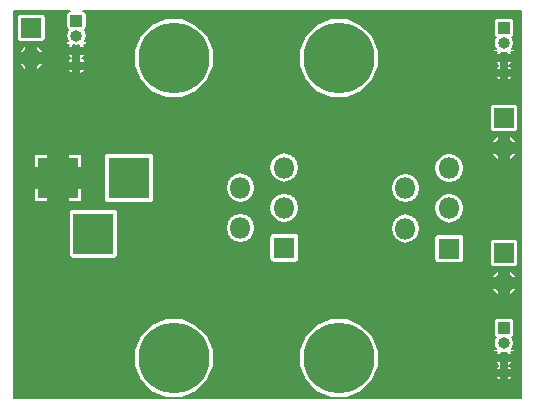
<source format=gbr>
%TF.GenerationSoftware,KiCad,Pcbnew,4.0.7-e2-6376~58~ubuntu16.04.1*%
%TF.CreationDate,2018-01-31T22:39:41+01:00*%
%TF.ProjectId,SimpleSupply,53696D706C65537570706C792E6B6963,rev?*%
%TF.FileFunction,Copper,L2,Bot,Signal*%
%FSLAX46Y46*%
G04 Gerber Fmt 4.6, Leading zero omitted, Abs format (unit mm)*
G04 Created by KiCad (PCBNEW 4.0.7-e2-6376~58~ubuntu16.04.1) date Wed Jan 31 22:39:41 2018*
%MOMM*%
%LPD*%
G01*
G04 APERTURE LIST*
%ADD10C,0.100000*%
%ADD11R,3.500000X3.500000*%
%ADD12R,1.700000X1.700000*%
%ADD13O,1.700000X1.700000*%
%ADD14R,1.000000X1.000000*%
%ADD15O,1.000000X1.000000*%
%ADD16R,1.800000X1.800000*%
%ADD17O,1.800000X1.800000*%
%ADD18C,5.999480*%
%ADD19C,0.762000*%
%ADD20C,0.200000*%
G04 APERTURE END LIST*
D10*
D11*
X100330000Y-109220000D03*
X94330000Y-109220000D03*
X97330000Y-113920000D03*
D12*
X92075000Y-96520000D03*
D13*
X92075000Y-99060000D03*
D14*
X95885000Y-95885000D03*
D15*
X95885000Y-97155000D03*
X95885000Y-98425000D03*
X95885000Y-99695000D03*
D12*
X132080000Y-104140000D03*
D13*
X132080000Y-106680000D03*
D14*
X132080000Y-96520000D03*
D15*
X132080000Y-97790000D03*
X132080000Y-99060000D03*
X132080000Y-100330000D03*
D12*
X132080000Y-115570000D03*
D13*
X132080000Y-118110000D03*
D14*
X132080000Y-121920000D03*
D15*
X132080000Y-123190000D03*
X132080000Y-124460000D03*
X132080000Y-125730000D03*
D16*
X113474500Y-115125500D03*
D17*
X109774500Y-113425500D03*
X113474500Y-111725500D03*
X109774500Y-110025500D03*
X113474500Y-108325500D03*
D16*
X127444500Y-115189000D03*
D17*
X123744500Y-113489000D03*
X127444500Y-111789000D03*
X123744500Y-110089000D03*
X127444500Y-108389000D03*
D18*
X104140000Y-99060000D03*
X104140000Y-124460000D03*
X118110000Y-99060000D03*
X118110000Y-124460000D03*
D19*
X105410000Y-118110000D03*
X94742000Y-117348000D03*
X132334000Y-111506000D03*
X125476000Y-98298000D03*
X129794000Y-98298000D03*
X124460000Y-105410000D03*
X115062000Y-118110000D03*
X119380000Y-118110000D03*
X129032000Y-118110000D03*
X129794000Y-125222000D03*
X95250000Y-126746000D03*
X92710000Y-126746000D03*
D20*
G36*
X95253816Y-95048749D02*
X95133331Y-95126279D01*
X95052502Y-95244576D01*
X95024065Y-95385000D01*
X95024065Y-96385000D01*
X95048749Y-96516184D01*
X95126279Y-96636669D01*
X95181867Y-96674651D01*
X95079276Y-96828188D01*
X95014269Y-97155000D01*
X95079276Y-97481812D01*
X95174951Y-97625000D01*
X94984998Y-97625000D01*
X94984998Y-97925000D01*
X95263163Y-97925000D01*
X95173531Y-98059198D01*
X95204467Y-98175000D01*
X95635000Y-98175000D01*
X95635000Y-97962600D01*
X95868269Y-98009000D01*
X95901731Y-98009000D01*
X96135000Y-97962600D01*
X96135000Y-98175000D01*
X96565533Y-98175000D01*
X96596469Y-98059198D01*
X96506837Y-97925000D01*
X96785002Y-97925000D01*
X96785002Y-97625000D01*
X96595049Y-97625000D01*
X96690724Y-97481812D01*
X96755731Y-97155000D01*
X96690724Y-96828188D01*
X96588275Y-96674862D01*
X96636669Y-96643721D01*
X96717498Y-96525424D01*
X96745935Y-96385000D01*
X96745935Y-95385000D01*
X96721251Y-95253816D01*
X96643721Y-95133331D01*
X96525424Y-95052502D01*
X96463688Y-95040000D01*
X133560000Y-95040000D01*
X133560000Y-127845000D01*
X90595000Y-127845000D01*
X90595000Y-125124173D01*
X100785679Y-125124173D01*
X101295179Y-126357259D01*
X102237778Y-127301505D01*
X103469973Y-127813157D01*
X104804173Y-127814321D01*
X106037259Y-127304821D01*
X106981505Y-126362222D01*
X107493157Y-125130027D01*
X107493162Y-125124173D01*
X114755679Y-125124173D01*
X115265179Y-126357259D01*
X116207778Y-127301505D01*
X117439973Y-127813157D01*
X118774173Y-127814321D01*
X120007259Y-127304821D01*
X120951505Y-126362222D01*
X121062132Y-126095802D01*
X131368531Y-126095802D01*
X131469756Y-126247357D01*
X131714192Y-126441506D01*
X131830000Y-126414971D01*
X131830000Y-125980000D01*
X132330000Y-125980000D01*
X132330000Y-126414971D01*
X132445808Y-126441506D01*
X132690244Y-126247357D01*
X132791469Y-126095802D01*
X132760533Y-125980000D01*
X132330000Y-125980000D01*
X131830000Y-125980000D01*
X131399467Y-125980000D01*
X131368531Y-126095802D01*
X121062132Y-126095802D01*
X121463157Y-125130027D01*
X121463422Y-124825802D01*
X131368531Y-124825802D01*
X131469756Y-124977357D01*
X131617870Y-125095000D01*
X131469756Y-125212643D01*
X131368531Y-125364198D01*
X131399467Y-125480000D01*
X131830000Y-125480000D01*
X131830000Y-124710000D01*
X132330000Y-124710000D01*
X132330000Y-125480000D01*
X132760533Y-125480000D01*
X132791469Y-125364198D01*
X132690244Y-125212643D01*
X132542130Y-125095000D01*
X132690244Y-124977357D01*
X132791469Y-124825802D01*
X132760533Y-124710000D01*
X132330000Y-124710000D01*
X131830000Y-124710000D01*
X131399467Y-124710000D01*
X131368531Y-124825802D01*
X121463422Y-124825802D01*
X121464321Y-123795827D01*
X121408199Y-123660000D01*
X131179998Y-123660000D01*
X131179998Y-123960000D01*
X131458163Y-123960000D01*
X131368531Y-124094198D01*
X131399467Y-124210000D01*
X131830000Y-124210000D01*
X131830000Y-123997600D01*
X132063269Y-124044000D01*
X132096731Y-124044000D01*
X132330000Y-123997600D01*
X132330000Y-124210000D01*
X132760533Y-124210000D01*
X132791469Y-124094198D01*
X132701837Y-123960000D01*
X132980002Y-123960000D01*
X132980002Y-123660000D01*
X132790049Y-123660000D01*
X132885724Y-123516812D01*
X132950731Y-123190000D01*
X132885724Y-122863188D01*
X132783275Y-122709862D01*
X132831669Y-122678721D01*
X132912498Y-122560424D01*
X132940935Y-122420000D01*
X132940935Y-121420000D01*
X132916251Y-121288816D01*
X132838721Y-121168331D01*
X132720424Y-121087502D01*
X132580000Y-121059065D01*
X131580000Y-121059065D01*
X131448816Y-121083749D01*
X131328331Y-121161279D01*
X131247502Y-121279576D01*
X131219065Y-121420000D01*
X131219065Y-122420000D01*
X131243749Y-122551184D01*
X131321279Y-122671669D01*
X131376867Y-122709651D01*
X131274276Y-122863188D01*
X131209269Y-123190000D01*
X131274276Y-123516812D01*
X131369951Y-123660000D01*
X131179998Y-123660000D01*
X121408199Y-123660000D01*
X120954821Y-122562741D01*
X120012222Y-121618495D01*
X118780027Y-121106843D01*
X117445827Y-121105679D01*
X116212741Y-121615179D01*
X115268495Y-122557778D01*
X114756843Y-123789973D01*
X114755679Y-125124173D01*
X107493162Y-125124173D01*
X107494321Y-123795827D01*
X106984821Y-122562741D01*
X106042222Y-121618495D01*
X104810027Y-121106843D01*
X103475827Y-121105679D01*
X102242741Y-121615179D01*
X101298495Y-122557778D01*
X100786843Y-123789973D01*
X100785679Y-125124173D01*
X90595000Y-125124173D01*
X90595000Y-118696931D01*
X131091055Y-118696931D01*
X131159270Y-118799095D01*
X131493062Y-119098989D01*
X131655000Y-119103630D01*
X131655000Y-118535000D01*
X132505000Y-118535000D01*
X132505000Y-119103630D01*
X132666938Y-119098989D01*
X133000730Y-118799095D01*
X133068945Y-118696931D01*
X133067421Y-118535000D01*
X132505000Y-118535000D01*
X131655000Y-118535000D01*
X131092579Y-118535000D01*
X131091055Y-118696931D01*
X90595000Y-118696931D01*
X90595000Y-117523069D01*
X131091055Y-117523069D01*
X131092579Y-117685000D01*
X131655000Y-117685000D01*
X132505000Y-117685000D01*
X133067421Y-117685000D01*
X133068945Y-117523069D01*
X133000730Y-117420905D01*
X132666938Y-117121011D01*
X132505000Y-117116370D01*
X132505000Y-117685000D01*
X131655000Y-117685000D01*
X131655000Y-117116370D01*
X131493062Y-117121011D01*
X131159270Y-117420905D01*
X131091055Y-117523069D01*
X90595000Y-117523069D01*
X90595000Y-112170000D01*
X95219065Y-112170000D01*
X95219065Y-115670000D01*
X95243749Y-115801184D01*
X95321279Y-115921669D01*
X95439576Y-116002498D01*
X95580000Y-116030935D01*
X99080000Y-116030935D01*
X99211184Y-116006251D01*
X99331669Y-115928721D01*
X99412498Y-115810424D01*
X99440935Y-115670000D01*
X99440935Y-113400933D01*
X108520500Y-113400933D01*
X108520500Y-113450067D01*
X108615955Y-113929952D01*
X108887788Y-114336779D01*
X109294615Y-114608612D01*
X109774500Y-114704067D01*
X110254385Y-114608612D01*
X110661212Y-114336779D01*
X110735566Y-114225500D01*
X112213565Y-114225500D01*
X112213565Y-116025500D01*
X112238249Y-116156684D01*
X112315779Y-116277169D01*
X112434076Y-116357998D01*
X112574500Y-116386435D01*
X114374500Y-116386435D01*
X114505684Y-116361751D01*
X114626169Y-116284221D01*
X114706998Y-116165924D01*
X114735435Y-116025500D01*
X114735435Y-114225500D01*
X114710751Y-114094316D01*
X114633221Y-113973831D01*
X114514924Y-113893002D01*
X114374500Y-113864565D01*
X112574500Y-113864565D01*
X112443316Y-113889249D01*
X112322831Y-113966779D01*
X112242002Y-114085076D01*
X112213565Y-114225500D01*
X110735566Y-114225500D01*
X110933045Y-113929952D01*
X111025642Y-113464433D01*
X122490500Y-113464433D01*
X122490500Y-113513567D01*
X122585955Y-113993452D01*
X122857788Y-114400279D01*
X123264615Y-114672112D01*
X123744500Y-114767567D01*
X124224385Y-114672112D01*
X124631212Y-114400279D01*
X124705566Y-114289000D01*
X126183565Y-114289000D01*
X126183565Y-116089000D01*
X126208249Y-116220184D01*
X126285779Y-116340669D01*
X126404076Y-116421498D01*
X126544500Y-116449935D01*
X128344500Y-116449935D01*
X128475684Y-116425251D01*
X128596169Y-116347721D01*
X128676998Y-116229424D01*
X128705435Y-116089000D01*
X128705435Y-114720000D01*
X130869065Y-114720000D01*
X130869065Y-116420000D01*
X130893749Y-116551184D01*
X130971279Y-116671669D01*
X131089576Y-116752498D01*
X131230000Y-116780935D01*
X132930000Y-116780935D01*
X133061184Y-116756251D01*
X133181669Y-116678721D01*
X133262498Y-116560424D01*
X133290935Y-116420000D01*
X133290935Y-114720000D01*
X133266251Y-114588816D01*
X133188721Y-114468331D01*
X133070424Y-114387502D01*
X132930000Y-114359065D01*
X131230000Y-114359065D01*
X131098816Y-114383749D01*
X130978331Y-114461279D01*
X130897502Y-114579576D01*
X130869065Y-114720000D01*
X128705435Y-114720000D01*
X128705435Y-114289000D01*
X128680751Y-114157816D01*
X128603221Y-114037331D01*
X128484924Y-113956502D01*
X128344500Y-113928065D01*
X126544500Y-113928065D01*
X126413316Y-113952749D01*
X126292831Y-114030279D01*
X126212002Y-114148576D01*
X126183565Y-114289000D01*
X124705566Y-114289000D01*
X124903045Y-113993452D01*
X124998500Y-113513567D01*
X124998500Y-113464433D01*
X124903045Y-112984548D01*
X124631212Y-112577721D01*
X124224385Y-112305888D01*
X123744500Y-112210433D01*
X123264615Y-112305888D01*
X122857788Y-112577721D01*
X122585955Y-112984548D01*
X122490500Y-113464433D01*
X111025642Y-113464433D01*
X111028500Y-113450067D01*
X111028500Y-113400933D01*
X110933045Y-112921048D01*
X110661212Y-112514221D01*
X110254385Y-112242388D01*
X109774500Y-112146933D01*
X109294615Y-112242388D01*
X108887788Y-112514221D01*
X108615955Y-112921048D01*
X108520500Y-113400933D01*
X99440935Y-113400933D01*
X99440935Y-112170000D01*
X99416251Y-112038816D01*
X99338721Y-111918331D01*
X99220424Y-111837502D01*
X99080000Y-111809065D01*
X95580000Y-111809065D01*
X95448816Y-111833749D01*
X95328331Y-111911279D01*
X95247502Y-112029576D01*
X95219065Y-112170000D01*
X90595000Y-112170000D01*
X90595000Y-111700933D01*
X112220500Y-111700933D01*
X112220500Y-111750067D01*
X112315955Y-112229952D01*
X112587788Y-112636779D01*
X112994615Y-112908612D01*
X113474500Y-113004067D01*
X113954385Y-112908612D01*
X114361212Y-112636779D01*
X114633045Y-112229952D01*
X114725642Y-111764433D01*
X126190500Y-111764433D01*
X126190500Y-111813567D01*
X126285955Y-112293452D01*
X126557788Y-112700279D01*
X126964615Y-112972112D01*
X127444500Y-113067567D01*
X127924385Y-112972112D01*
X128331212Y-112700279D01*
X128603045Y-112293452D01*
X128698500Y-111813567D01*
X128698500Y-111764433D01*
X128603045Y-111284548D01*
X128331212Y-110877721D01*
X127924385Y-110605888D01*
X127444500Y-110510433D01*
X126964615Y-110605888D01*
X126557788Y-110877721D01*
X126285955Y-111284548D01*
X126190500Y-111764433D01*
X114725642Y-111764433D01*
X114728500Y-111750067D01*
X114728500Y-111700933D01*
X114633045Y-111221048D01*
X114361212Y-110814221D01*
X113954385Y-110542388D01*
X113474500Y-110446933D01*
X112994615Y-110542388D01*
X112587788Y-110814221D01*
X112315955Y-111221048D01*
X112220500Y-111700933D01*
X90595000Y-111700933D01*
X90595000Y-110170000D01*
X92280000Y-110170000D01*
X92280000Y-111029673D01*
X92325672Y-111139936D01*
X92410063Y-111224328D01*
X92520326Y-111270000D01*
X93380000Y-111270000D01*
X93455000Y-111195000D01*
X93455000Y-110095000D01*
X95205000Y-110095000D01*
X95205000Y-111195000D01*
X95280000Y-111270000D01*
X96139674Y-111270000D01*
X96249937Y-111224328D01*
X96334328Y-111139936D01*
X96380000Y-111029673D01*
X96380000Y-110170000D01*
X96305000Y-110095000D01*
X95205000Y-110095000D01*
X93455000Y-110095000D01*
X92355000Y-110095000D01*
X92280000Y-110170000D01*
X90595000Y-110170000D01*
X90595000Y-107410327D01*
X92280000Y-107410327D01*
X92280000Y-108270000D01*
X92355000Y-108345000D01*
X93455000Y-108345000D01*
X93455000Y-107245000D01*
X95205000Y-107245000D01*
X95205000Y-108345000D01*
X96305000Y-108345000D01*
X96380000Y-108270000D01*
X96380000Y-107470000D01*
X98219065Y-107470000D01*
X98219065Y-110970000D01*
X98243749Y-111101184D01*
X98321279Y-111221669D01*
X98439576Y-111302498D01*
X98580000Y-111330935D01*
X102080000Y-111330935D01*
X102211184Y-111306251D01*
X102331669Y-111228721D01*
X102412498Y-111110424D01*
X102440935Y-110970000D01*
X102440935Y-110000933D01*
X108520500Y-110000933D01*
X108520500Y-110050067D01*
X108615955Y-110529952D01*
X108887788Y-110936779D01*
X109294615Y-111208612D01*
X109774500Y-111304067D01*
X110254385Y-111208612D01*
X110661212Y-110936779D01*
X110933045Y-110529952D01*
X111025642Y-110064433D01*
X122490500Y-110064433D01*
X122490500Y-110113567D01*
X122585955Y-110593452D01*
X122857788Y-111000279D01*
X123264615Y-111272112D01*
X123744500Y-111367567D01*
X124224385Y-111272112D01*
X124631212Y-111000279D01*
X124903045Y-110593452D01*
X124998500Y-110113567D01*
X124998500Y-110064433D01*
X124903045Y-109584548D01*
X124631212Y-109177721D01*
X124224385Y-108905888D01*
X123744500Y-108810433D01*
X123264615Y-108905888D01*
X122857788Y-109177721D01*
X122585955Y-109584548D01*
X122490500Y-110064433D01*
X111025642Y-110064433D01*
X111028500Y-110050067D01*
X111028500Y-110000933D01*
X110933045Y-109521048D01*
X110661212Y-109114221D01*
X110254385Y-108842388D01*
X109774500Y-108746933D01*
X109294615Y-108842388D01*
X108887788Y-109114221D01*
X108615955Y-109521048D01*
X108520500Y-110000933D01*
X102440935Y-110000933D01*
X102440935Y-108300933D01*
X112220500Y-108300933D01*
X112220500Y-108350067D01*
X112315955Y-108829952D01*
X112587788Y-109236779D01*
X112994615Y-109508612D01*
X113474500Y-109604067D01*
X113954385Y-109508612D01*
X114361212Y-109236779D01*
X114633045Y-108829952D01*
X114725642Y-108364433D01*
X126190500Y-108364433D01*
X126190500Y-108413567D01*
X126285955Y-108893452D01*
X126557788Y-109300279D01*
X126964615Y-109572112D01*
X127444500Y-109667567D01*
X127924385Y-109572112D01*
X128331212Y-109300279D01*
X128603045Y-108893452D01*
X128698500Y-108413567D01*
X128698500Y-108364433D01*
X128603045Y-107884548D01*
X128331212Y-107477721D01*
X128015743Y-107266931D01*
X131091055Y-107266931D01*
X131159270Y-107369095D01*
X131493062Y-107668989D01*
X131655000Y-107673630D01*
X131655000Y-107105000D01*
X132505000Y-107105000D01*
X132505000Y-107673630D01*
X132666938Y-107668989D01*
X133000730Y-107369095D01*
X133068945Y-107266931D01*
X133067421Y-107105000D01*
X132505000Y-107105000D01*
X131655000Y-107105000D01*
X131092579Y-107105000D01*
X131091055Y-107266931D01*
X128015743Y-107266931D01*
X127924385Y-107205888D01*
X127444500Y-107110433D01*
X126964615Y-107205888D01*
X126557788Y-107477721D01*
X126285955Y-107884548D01*
X126190500Y-108364433D01*
X114725642Y-108364433D01*
X114728500Y-108350067D01*
X114728500Y-108300933D01*
X114633045Y-107821048D01*
X114361212Y-107414221D01*
X113954385Y-107142388D01*
X113474500Y-107046933D01*
X112994615Y-107142388D01*
X112587788Y-107414221D01*
X112315955Y-107821048D01*
X112220500Y-108300933D01*
X102440935Y-108300933D01*
X102440935Y-107470000D01*
X102416251Y-107338816D01*
X102338721Y-107218331D01*
X102220424Y-107137502D01*
X102080000Y-107109065D01*
X98580000Y-107109065D01*
X98448816Y-107133749D01*
X98328331Y-107211279D01*
X98247502Y-107329576D01*
X98219065Y-107470000D01*
X96380000Y-107470000D01*
X96380000Y-107410327D01*
X96334328Y-107300064D01*
X96249937Y-107215672D01*
X96139674Y-107170000D01*
X95280000Y-107170000D01*
X95205000Y-107245000D01*
X93455000Y-107245000D01*
X93380000Y-107170000D01*
X92520326Y-107170000D01*
X92410063Y-107215672D01*
X92325672Y-107300064D01*
X92280000Y-107410327D01*
X90595000Y-107410327D01*
X90595000Y-106093069D01*
X131091055Y-106093069D01*
X131092579Y-106255000D01*
X131655000Y-106255000D01*
X132505000Y-106255000D01*
X133067421Y-106255000D01*
X133068945Y-106093069D01*
X133000730Y-105990905D01*
X132666938Y-105691011D01*
X132505000Y-105686370D01*
X132505000Y-106255000D01*
X131655000Y-106255000D01*
X131655000Y-105686370D01*
X131493062Y-105691011D01*
X131159270Y-105990905D01*
X131091055Y-106093069D01*
X90595000Y-106093069D01*
X90595000Y-103290000D01*
X130869065Y-103290000D01*
X130869065Y-104990000D01*
X130893749Y-105121184D01*
X130971279Y-105241669D01*
X131089576Y-105322498D01*
X131230000Y-105350935D01*
X132930000Y-105350935D01*
X133061184Y-105326251D01*
X133181669Y-105248721D01*
X133262498Y-105130424D01*
X133290935Y-104990000D01*
X133290935Y-103290000D01*
X133266251Y-103158816D01*
X133188721Y-103038331D01*
X133070424Y-102957502D01*
X132930000Y-102929065D01*
X131230000Y-102929065D01*
X131098816Y-102953749D01*
X130978331Y-103031279D01*
X130897502Y-103149576D01*
X130869065Y-103290000D01*
X90595000Y-103290000D01*
X90595000Y-100060802D01*
X95173531Y-100060802D01*
X95274756Y-100212357D01*
X95519192Y-100406506D01*
X95635000Y-100379971D01*
X95635000Y-99945000D01*
X96135000Y-99945000D01*
X96135000Y-100379971D01*
X96250808Y-100406506D01*
X96495244Y-100212357D01*
X96596469Y-100060802D01*
X96565533Y-99945000D01*
X96135000Y-99945000D01*
X95635000Y-99945000D01*
X95204467Y-99945000D01*
X95173531Y-100060802D01*
X90595000Y-100060802D01*
X90595000Y-99646931D01*
X91086055Y-99646931D01*
X91154270Y-99749095D01*
X91488062Y-100048989D01*
X91650000Y-100053630D01*
X91650000Y-99485000D01*
X92500000Y-99485000D01*
X92500000Y-100053630D01*
X92661938Y-100048989D01*
X92995730Y-99749095D01*
X93012370Y-99724173D01*
X100785679Y-99724173D01*
X101295179Y-100957259D01*
X102237778Y-101901505D01*
X103469973Y-102413157D01*
X104804173Y-102414321D01*
X106037259Y-101904821D01*
X106981505Y-100962222D01*
X107493157Y-99730027D01*
X107493162Y-99724173D01*
X114755679Y-99724173D01*
X115265179Y-100957259D01*
X116207778Y-101901505D01*
X117439973Y-102413157D01*
X118774173Y-102414321D01*
X120007259Y-101904821D01*
X120951505Y-100962222D01*
X121062132Y-100695802D01*
X131368531Y-100695802D01*
X131469756Y-100847357D01*
X131714192Y-101041506D01*
X131830000Y-101014971D01*
X131830000Y-100580000D01*
X132330000Y-100580000D01*
X132330000Y-101014971D01*
X132445808Y-101041506D01*
X132690244Y-100847357D01*
X132791469Y-100695802D01*
X132760533Y-100580000D01*
X132330000Y-100580000D01*
X131830000Y-100580000D01*
X131399467Y-100580000D01*
X131368531Y-100695802D01*
X121062132Y-100695802D01*
X121463157Y-99730027D01*
X121463422Y-99425802D01*
X131368531Y-99425802D01*
X131469756Y-99577357D01*
X131617870Y-99695000D01*
X131469756Y-99812643D01*
X131368531Y-99964198D01*
X131399467Y-100080000D01*
X131830000Y-100080000D01*
X131830000Y-99310000D01*
X132330000Y-99310000D01*
X132330000Y-100080000D01*
X132760533Y-100080000D01*
X132791469Y-99964198D01*
X132690244Y-99812643D01*
X132542130Y-99695000D01*
X132690244Y-99577357D01*
X132791469Y-99425802D01*
X132760533Y-99310000D01*
X132330000Y-99310000D01*
X131830000Y-99310000D01*
X131399467Y-99310000D01*
X131368531Y-99425802D01*
X121463422Y-99425802D01*
X121464321Y-98395827D01*
X121408199Y-98260000D01*
X131179998Y-98260000D01*
X131179998Y-98560000D01*
X131458163Y-98560000D01*
X131368531Y-98694198D01*
X131399467Y-98810000D01*
X131830000Y-98810000D01*
X131830000Y-98597600D01*
X132063269Y-98644000D01*
X132096731Y-98644000D01*
X132330000Y-98597600D01*
X132330000Y-98810000D01*
X132760533Y-98810000D01*
X132791469Y-98694198D01*
X132701837Y-98560000D01*
X132980002Y-98560000D01*
X132980002Y-98260000D01*
X132790049Y-98260000D01*
X132885724Y-98116812D01*
X132950731Y-97790000D01*
X132885724Y-97463188D01*
X132783275Y-97309862D01*
X132831669Y-97278721D01*
X132912498Y-97160424D01*
X132940935Y-97020000D01*
X132940935Y-96020000D01*
X132916251Y-95888816D01*
X132838721Y-95768331D01*
X132720424Y-95687502D01*
X132580000Y-95659065D01*
X131580000Y-95659065D01*
X131448816Y-95683749D01*
X131328331Y-95761279D01*
X131247502Y-95879576D01*
X131219065Y-96020000D01*
X131219065Y-97020000D01*
X131243749Y-97151184D01*
X131321279Y-97271669D01*
X131376867Y-97309651D01*
X131274276Y-97463188D01*
X131209269Y-97790000D01*
X131274276Y-98116812D01*
X131369951Y-98260000D01*
X131179998Y-98260000D01*
X121408199Y-98260000D01*
X120954821Y-97162741D01*
X120012222Y-96218495D01*
X118780027Y-95706843D01*
X117445827Y-95705679D01*
X116212741Y-96215179D01*
X115268495Y-97157778D01*
X114756843Y-98389973D01*
X114755679Y-99724173D01*
X107493162Y-99724173D01*
X107494321Y-98395827D01*
X106984821Y-97162741D01*
X106042222Y-96218495D01*
X104810027Y-95706843D01*
X103475827Y-95705679D01*
X102242741Y-96215179D01*
X101298495Y-97157778D01*
X100786843Y-98389973D01*
X100785679Y-99724173D01*
X93012370Y-99724173D01*
X93063945Y-99646931D01*
X93062421Y-99485000D01*
X92500000Y-99485000D01*
X91650000Y-99485000D01*
X91087579Y-99485000D01*
X91086055Y-99646931D01*
X90595000Y-99646931D01*
X90595000Y-98790802D01*
X95173531Y-98790802D01*
X95274756Y-98942357D01*
X95422870Y-99060000D01*
X95274756Y-99177643D01*
X95173531Y-99329198D01*
X95204467Y-99445000D01*
X95635000Y-99445000D01*
X95635000Y-98675000D01*
X96135000Y-98675000D01*
X96135000Y-99445000D01*
X96565533Y-99445000D01*
X96596469Y-99329198D01*
X96495244Y-99177643D01*
X96347130Y-99060000D01*
X96495244Y-98942357D01*
X96596469Y-98790802D01*
X96565533Y-98675000D01*
X96135000Y-98675000D01*
X95635000Y-98675000D01*
X95204467Y-98675000D01*
X95173531Y-98790802D01*
X90595000Y-98790802D01*
X90595000Y-98473069D01*
X91086055Y-98473069D01*
X91087579Y-98635000D01*
X91650000Y-98635000D01*
X92500000Y-98635000D01*
X93062421Y-98635000D01*
X93063945Y-98473069D01*
X92995730Y-98370905D01*
X92661938Y-98071011D01*
X92500000Y-98066370D01*
X92500000Y-98635000D01*
X91650000Y-98635000D01*
X91650000Y-98066370D01*
X91488062Y-98071011D01*
X91154270Y-98370905D01*
X91086055Y-98473069D01*
X90595000Y-98473069D01*
X90595000Y-95670000D01*
X90864065Y-95670000D01*
X90864065Y-97370000D01*
X90888749Y-97501184D01*
X90966279Y-97621669D01*
X91084576Y-97702498D01*
X91225000Y-97730935D01*
X92925000Y-97730935D01*
X93056184Y-97706251D01*
X93176669Y-97628721D01*
X93257498Y-97510424D01*
X93285935Y-97370000D01*
X93285935Y-95670000D01*
X93261251Y-95538816D01*
X93183721Y-95418331D01*
X93065424Y-95337502D01*
X92925000Y-95309065D01*
X91225000Y-95309065D01*
X91093816Y-95333749D01*
X90973331Y-95411279D01*
X90892502Y-95529576D01*
X90864065Y-95670000D01*
X90595000Y-95670000D01*
X90595000Y-95040000D01*
X95300313Y-95040000D01*
X95253816Y-95048749D01*
X95253816Y-95048749D01*
G37*
X95253816Y-95048749D02*
X95133331Y-95126279D01*
X95052502Y-95244576D01*
X95024065Y-95385000D01*
X95024065Y-96385000D01*
X95048749Y-96516184D01*
X95126279Y-96636669D01*
X95181867Y-96674651D01*
X95079276Y-96828188D01*
X95014269Y-97155000D01*
X95079276Y-97481812D01*
X95174951Y-97625000D01*
X94984998Y-97625000D01*
X94984998Y-97925000D01*
X95263163Y-97925000D01*
X95173531Y-98059198D01*
X95204467Y-98175000D01*
X95635000Y-98175000D01*
X95635000Y-97962600D01*
X95868269Y-98009000D01*
X95901731Y-98009000D01*
X96135000Y-97962600D01*
X96135000Y-98175000D01*
X96565533Y-98175000D01*
X96596469Y-98059198D01*
X96506837Y-97925000D01*
X96785002Y-97925000D01*
X96785002Y-97625000D01*
X96595049Y-97625000D01*
X96690724Y-97481812D01*
X96755731Y-97155000D01*
X96690724Y-96828188D01*
X96588275Y-96674862D01*
X96636669Y-96643721D01*
X96717498Y-96525424D01*
X96745935Y-96385000D01*
X96745935Y-95385000D01*
X96721251Y-95253816D01*
X96643721Y-95133331D01*
X96525424Y-95052502D01*
X96463688Y-95040000D01*
X133560000Y-95040000D01*
X133560000Y-127845000D01*
X90595000Y-127845000D01*
X90595000Y-125124173D01*
X100785679Y-125124173D01*
X101295179Y-126357259D01*
X102237778Y-127301505D01*
X103469973Y-127813157D01*
X104804173Y-127814321D01*
X106037259Y-127304821D01*
X106981505Y-126362222D01*
X107493157Y-125130027D01*
X107493162Y-125124173D01*
X114755679Y-125124173D01*
X115265179Y-126357259D01*
X116207778Y-127301505D01*
X117439973Y-127813157D01*
X118774173Y-127814321D01*
X120007259Y-127304821D01*
X120951505Y-126362222D01*
X121062132Y-126095802D01*
X131368531Y-126095802D01*
X131469756Y-126247357D01*
X131714192Y-126441506D01*
X131830000Y-126414971D01*
X131830000Y-125980000D01*
X132330000Y-125980000D01*
X132330000Y-126414971D01*
X132445808Y-126441506D01*
X132690244Y-126247357D01*
X132791469Y-126095802D01*
X132760533Y-125980000D01*
X132330000Y-125980000D01*
X131830000Y-125980000D01*
X131399467Y-125980000D01*
X131368531Y-126095802D01*
X121062132Y-126095802D01*
X121463157Y-125130027D01*
X121463422Y-124825802D01*
X131368531Y-124825802D01*
X131469756Y-124977357D01*
X131617870Y-125095000D01*
X131469756Y-125212643D01*
X131368531Y-125364198D01*
X131399467Y-125480000D01*
X131830000Y-125480000D01*
X131830000Y-124710000D01*
X132330000Y-124710000D01*
X132330000Y-125480000D01*
X132760533Y-125480000D01*
X132791469Y-125364198D01*
X132690244Y-125212643D01*
X132542130Y-125095000D01*
X132690244Y-124977357D01*
X132791469Y-124825802D01*
X132760533Y-124710000D01*
X132330000Y-124710000D01*
X131830000Y-124710000D01*
X131399467Y-124710000D01*
X131368531Y-124825802D01*
X121463422Y-124825802D01*
X121464321Y-123795827D01*
X121408199Y-123660000D01*
X131179998Y-123660000D01*
X131179998Y-123960000D01*
X131458163Y-123960000D01*
X131368531Y-124094198D01*
X131399467Y-124210000D01*
X131830000Y-124210000D01*
X131830000Y-123997600D01*
X132063269Y-124044000D01*
X132096731Y-124044000D01*
X132330000Y-123997600D01*
X132330000Y-124210000D01*
X132760533Y-124210000D01*
X132791469Y-124094198D01*
X132701837Y-123960000D01*
X132980002Y-123960000D01*
X132980002Y-123660000D01*
X132790049Y-123660000D01*
X132885724Y-123516812D01*
X132950731Y-123190000D01*
X132885724Y-122863188D01*
X132783275Y-122709862D01*
X132831669Y-122678721D01*
X132912498Y-122560424D01*
X132940935Y-122420000D01*
X132940935Y-121420000D01*
X132916251Y-121288816D01*
X132838721Y-121168331D01*
X132720424Y-121087502D01*
X132580000Y-121059065D01*
X131580000Y-121059065D01*
X131448816Y-121083749D01*
X131328331Y-121161279D01*
X131247502Y-121279576D01*
X131219065Y-121420000D01*
X131219065Y-122420000D01*
X131243749Y-122551184D01*
X131321279Y-122671669D01*
X131376867Y-122709651D01*
X131274276Y-122863188D01*
X131209269Y-123190000D01*
X131274276Y-123516812D01*
X131369951Y-123660000D01*
X131179998Y-123660000D01*
X121408199Y-123660000D01*
X120954821Y-122562741D01*
X120012222Y-121618495D01*
X118780027Y-121106843D01*
X117445827Y-121105679D01*
X116212741Y-121615179D01*
X115268495Y-122557778D01*
X114756843Y-123789973D01*
X114755679Y-125124173D01*
X107493162Y-125124173D01*
X107494321Y-123795827D01*
X106984821Y-122562741D01*
X106042222Y-121618495D01*
X104810027Y-121106843D01*
X103475827Y-121105679D01*
X102242741Y-121615179D01*
X101298495Y-122557778D01*
X100786843Y-123789973D01*
X100785679Y-125124173D01*
X90595000Y-125124173D01*
X90595000Y-118696931D01*
X131091055Y-118696931D01*
X131159270Y-118799095D01*
X131493062Y-119098989D01*
X131655000Y-119103630D01*
X131655000Y-118535000D01*
X132505000Y-118535000D01*
X132505000Y-119103630D01*
X132666938Y-119098989D01*
X133000730Y-118799095D01*
X133068945Y-118696931D01*
X133067421Y-118535000D01*
X132505000Y-118535000D01*
X131655000Y-118535000D01*
X131092579Y-118535000D01*
X131091055Y-118696931D01*
X90595000Y-118696931D01*
X90595000Y-117523069D01*
X131091055Y-117523069D01*
X131092579Y-117685000D01*
X131655000Y-117685000D01*
X132505000Y-117685000D01*
X133067421Y-117685000D01*
X133068945Y-117523069D01*
X133000730Y-117420905D01*
X132666938Y-117121011D01*
X132505000Y-117116370D01*
X132505000Y-117685000D01*
X131655000Y-117685000D01*
X131655000Y-117116370D01*
X131493062Y-117121011D01*
X131159270Y-117420905D01*
X131091055Y-117523069D01*
X90595000Y-117523069D01*
X90595000Y-112170000D01*
X95219065Y-112170000D01*
X95219065Y-115670000D01*
X95243749Y-115801184D01*
X95321279Y-115921669D01*
X95439576Y-116002498D01*
X95580000Y-116030935D01*
X99080000Y-116030935D01*
X99211184Y-116006251D01*
X99331669Y-115928721D01*
X99412498Y-115810424D01*
X99440935Y-115670000D01*
X99440935Y-113400933D01*
X108520500Y-113400933D01*
X108520500Y-113450067D01*
X108615955Y-113929952D01*
X108887788Y-114336779D01*
X109294615Y-114608612D01*
X109774500Y-114704067D01*
X110254385Y-114608612D01*
X110661212Y-114336779D01*
X110735566Y-114225500D01*
X112213565Y-114225500D01*
X112213565Y-116025500D01*
X112238249Y-116156684D01*
X112315779Y-116277169D01*
X112434076Y-116357998D01*
X112574500Y-116386435D01*
X114374500Y-116386435D01*
X114505684Y-116361751D01*
X114626169Y-116284221D01*
X114706998Y-116165924D01*
X114735435Y-116025500D01*
X114735435Y-114225500D01*
X114710751Y-114094316D01*
X114633221Y-113973831D01*
X114514924Y-113893002D01*
X114374500Y-113864565D01*
X112574500Y-113864565D01*
X112443316Y-113889249D01*
X112322831Y-113966779D01*
X112242002Y-114085076D01*
X112213565Y-114225500D01*
X110735566Y-114225500D01*
X110933045Y-113929952D01*
X111025642Y-113464433D01*
X122490500Y-113464433D01*
X122490500Y-113513567D01*
X122585955Y-113993452D01*
X122857788Y-114400279D01*
X123264615Y-114672112D01*
X123744500Y-114767567D01*
X124224385Y-114672112D01*
X124631212Y-114400279D01*
X124705566Y-114289000D01*
X126183565Y-114289000D01*
X126183565Y-116089000D01*
X126208249Y-116220184D01*
X126285779Y-116340669D01*
X126404076Y-116421498D01*
X126544500Y-116449935D01*
X128344500Y-116449935D01*
X128475684Y-116425251D01*
X128596169Y-116347721D01*
X128676998Y-116229424D01*
X128705435Y-116089000D01*
X128705435Y-114720000D01*
X130869065Y-114720000D01*
X130869065Y-116420000D01*
X130893749Y-116551184D01*
X130971279Y-116671669D01*
X131089576Y-116752498D01*
X131230000Y-116780935D01*
X132930000Y-116780935D01*
X133061184Y-116756251D01*
X133181669Y-116678721D01*
X133262498Y-116560424D01*
X133290935Y-116420000D01*
X133290935Y-114720000D01*
X133266251Y-114588816D01*
X133188721Y-114468331D01*
X133070424Y-114387502D01*
X132930000Y-114359065D01*
X131230000Y-114359065D01*
X131098816Y-114383749D01*
X130978331Y-114461279D01*
X130897502Y-114579576D01*
X130869065Y-114720000D01*
X128705435Y-114720000D01*
X128705435Y-114289000D01*
X128680751Y-114157816D01*
X128603221Y-114037331D01*
X128484924Y-113956502D01*
X128344500Y-113928065D01*
X126544500Y-113928065D01*
X126413316Y-113952749D01*
X126292831Y-114030279D01*
X126212002Y-114148576D01*
X126183565Y-114289000D01*
X124705566Y-114289000D01*
X124903045Y-113993452D01*
X124998500Y-113513567D01*
X124998500Y-113464433D01*
X124903045Y-112984548D01*
X124631212Y-112577721D01*
X124224385Y-112305888D01*
X123744500Y-112210433D01*
X123264615Y-112305888D01*
X122857788Y-112577721D01*
X122585955Y-112984548D01*
X122490500Y-113464433D01*
X111025642Y-113464433D01*
X111028500Y-113450067D01*
X111028500Y-113400933D01*
X110933045Y-112921048D01*
X110661212Y-112514221D01*
X110254385Y-112242388D01*
X109774500Y-112146933D01*
X109294615Y-112242388D01*
X108887788Y-112514221D01*
X108615955Y-112921048D01*
X108520500Y-113400933D01*
X99440935Y-113400933D01*
X99440935Y-112170000D01*
X99416251Y-112038816D01*
X99338721Y-111918331D01*
X99220424Y-111837502D01*
X99080000Y-111809065D01*
X95580000Y-111809065D01*
X95448816Y-111833749D01*
X95328331Y-111911279D01*
X95247502Y-112029576D01*
X95219065Y-112170000D01*
X90595000Y-112170000D01*
X90595000Y-111700933D01*
X112220500Y-111700933D01*
X112220500Y-111750067D01*
X112315955Y-112229952D01*
X112587788Y-112636779D01*
X112994615Y-112908612D01*
X113474500Y-113004067D01*
X113954385Y-112908612D01*
X114361212Y-112636779D01*
X114633045Y-112229952D01*
X114725642Y-111764433D01*
X126190500Y-111764433D01*
X126190500Y-111813567D01*
X126285955Y-112293452D01*
X126557788Y-112700279D01*
X126964615Y-112972112D01*
X127444500Y-113067567D01*
X127924385Y-112972112D01*
X128331212Y-112700279D01*
X128603045Y-112293452D01*
X128698500Y-111813567D01*
X128698500Y-111764433D01*
X128603045Y-111284548D01*
X128331212Y-110877721D01*
X127924385Y-110605888D01*
X127444500Y-110510433D01*
X126964615Y-110605888D01*
X126557788Y-110877721D01*
X126285955Y-111284548D01*
X126190500Y-111764433D01*
X114725642Y-111764433D01*
X114728500Y-111750067D01*
X114728500Y-111700933D01*
X114633045Y-111221048D01*
X114361212Y-110814221D01*
X113954385Y-110542388D01*
X113474500Y-110446933D01*
X112994615Y-110542388D01*
X112587788Y-110814221D01*
X112315955Y-111221048D01*
X112220500Y-111700933D01*
X90595000Y-111700933D01*
X90595000Y-110170000D01*
X92280000Y-110170000D01*
X92280000Y-111029673D01*
X92325672Y-111139936D01*
X92410063Y-111224328D01*
X92520326Y-111270000D01*
X93380000Y-111270000D01*
X93455000Y-111195000D01*
X93455000Y-110095000D01*
X95205000Y-110095000D01*
X95205000Y-111195000D01*
X95280000Y-111270000D01*
X96139674Y-111270000D01*
X96249937Y-111224328D01*
X96334328Y-111139936D01*
X96380000Y-111029673D01*
X96380000Y-110170000D01*
X96305000Y-110095000D01*
X95205000Y-110095000D01*
X93455000Y-110095000D01*
X92355000Y-110095000D01*
X92280000Y-110170000D01*
X90595000Y-110170000D01*
X90595000Y-107410327D01*
X92280000Y-107410327D01*
X92280000Y-108270000D01*
X92355000Y-108345000D01*
X93455000Y-108345000D01*
X93455000Y-107245000D01*
X95205000Y-107245000D01*
X95205000Y-108345000D01*
X96305000Y-108345000D01*
X96380000Y-108270000D01*
X96380000Y-107470000D01*
X98219065Y-107470000D01*
X98219065Y-110970000D01*
X98243749Y-111101184D01*
X98321279Y-111221669D01*
X98439576Y-111302498D01*
X98580000Y-111330935D01*
X102080000Y-111330935D01*
X102211184Y-111306251D01*
X102331669Y-111228721D01*
X102412498Y-111110424D01*
X102440935Y-110970000D01*
X102440935Y-110000933D01*
X108520500Y-110000933D01*
X108520500Y-110050067D01*
X108615955Y-110529952D01*
X108887788Y-110936779D01*
X109294615Y-111208612D01*
X109774500Y-111304067D01*
X110254385Y-111208612D01*
X110661212Y-110936779D01*
X110933045Y-110529952D01*
X111025642Y-110064433D01*
X122490500Y-110064433D01*
X122490500Y-110113567D01*
X122585955Y-110593452D01*
X122857788Y-111000279D01*
X123264615Y-111272112D01*
X123744500Y-111367567D01*
X124224385Y-111272112D01*
X124631212Y-111000279D01*
X124903045Y-110593452D01*
X124998500Y-110113567D01*
X124998500Y-110064433D01*
X124903045Y-109584548D01*
X124631212Y-109177721D01*
X124224385Y-108905888D01*
X123744500Y-108810433D01*
X123264615Y-108905888D01*
X122857788Y-109177721D01*
X122585955Y-109584548D01*
X122490500Y-110064433D01*
X111025642Y-110064433D01*
X111028500Y-110050067D01*
X111028500Y-110000933D01*
X110933045Y-109521048D01*
X110661212Y-109114221D01*
X110254385Y-108842388D01*
X109774500Y-108746933D01*
X109294615Y-108842388D01*
X108887788Y-109114221D01*
X108615955Y-109521048D01*
X108520500Y-110000933D01*
X102440935Y-110000933D01*
X102440935Y-108300933D01*
X112220500Y-108300933D01*
X112220500Y-108350067D01*
X112315955Y-108829952D01*
X112587788Y-109236779D01*
X112994615Y-109508612D01*
X113474500Y-109604067D01*
X113954385Y-109508612D01*
X114361212Y-109236779D01*
X114633045Y-108829952D01*
X114725642Y-108364433D01*
X126190500Y-108364433D01*
X126190500Y-108413567D01*
X126285955Y-108893452D01*
X126557788Y-109300279D01*
X126964615Y-109572112D01*
X127444500Y-109667567D01*
X127924385Y-109572112D01*
X128331212Y-109300279D01*
X128603045Y-108893452D01*
X128698500Y-108413567D01*
X128698500Y-108364433D01*
X128603045Y-107884548D01*
X128331212Y-107477721D01*
X128015743Y-107266931D01*
X131091055Y-107266931D01*
X131159270Y-107369095D01*
X131493062Y-107668989D01*
X131655000Y-107673630D01*
X131655000Y-107105000D01*
X132505000Y-107105000D01*
X132505000Y-107673630D01*
X132666938Y-107668989D01*
X133000730Y-107369095D01*
X133068945Y-107266931D01*
X133067421Y-107105000D01*
X132505000Y-107105000D01*
X131655000Y-107105000D01*
X131092579Y-107105000D01*
X131091055Y-107266931D01*
X128015743Y-107266931D01*
X127924385Y-107205888D01*
X127444500Y-107110433D01*
X126964615Y-107205888D01*
X126557788Y-107477721D01*
X126285955Y-107884548D01*
X126190500Y-108364433D01*
X114725642Y-108364433D01*
X114728500Y-108350067D01*
X114728500Y-108300933D01*
X114633045Y-107821048D01*
X114361212Y-107414221D01*
X113954385Y-107142388D01*
X113474500Y-107046933D01*
X112994615Y-107142388D01*
X112587788Y-107414221D01*
X112315955Y-107821048D01*
X112220500Y-108300933D01*
X102440935Y-108300933D01*
X102440935Y-107470000D01*
X102416251Y-107338816D01*
X102338721Y-107218331D01*
X102220424Y-107137502D01*
X102080000Y-107109065D01*
X98580000Y-107109065D01*
X98448816Y-107133749D01*
X98328331Y-107211279D01*
X98247502Y-107329576D01*
X98219065Y-107470000D01*
X96380000Y-107470000D01*
X96380000Y-107410327D01*
X96334328Y-107300064D01*
X96249937Y-107215672D01*
X96139674Y-107170000D01*
X95280000Y-107170000D01*
X95205000Y-107245000D01*
X93455000Y-107245000D01*
X93380000Y-107170000D01*
X92520326Y-107170000D01*
X92410063Y-107215672D01*
X92325672Y-107300064D01*
X92280000Y-107410327D01*
X90595000Y-107410327D01*
X90595000Y-106093069D01*
X131091055Y-106093069D01*
X131092579Y-106255000D01*
X131655000Y-106255000D01*
X132505000Y-106255000D01*
X133067421Y-106255000D01*
X133068945Y-106093069D01*
X133000730Y-105990905D01*
X132666938Y-105691011D01*
X132505000Y-105686370D01*
X132505000Y-106255000D01*
X131655000Y-106255000D01*
X131655000Y-105686370D01*
X131493062Y-105691011D01*
X131159270Y-105990905D01*
X131091055Y-106093069D01*
X90595000Y-106093069D01*
X90595000Y-103290000D01*
X130869065Y-103290000D01*
X130869065Y-104990000D01*
X130893749Y-105121184D01*
X130971279Y-105241669D01*
X131089576Y-105322498D01*
X131230000Y-105350935D01*
X132930000Y-105350935D01*
X133061184Y-105326251D01*
X133181669Y-105248721D01*
X133262498Y-105130424D01*
X133290935Y-104990000D01*
X133290935Y-103290000D01*
X133266251Y-103158816D01*
X133188721Y-103038331D01*
X133070424Y-102957502D01*
X132930000Y-102929065D01*
X131230000Y-102929065D01*
X131098816Y-102953749D01*
X130978331Y-103031279D01*
X130897502Y-103149576D01*
X130869065Y-103290000D01*
X90595000Y-103290000D01*
X90595000Y-100060802D01*
X95173531Y-100060802D01*
X95274756Y-100212357D01*
X95519192Y-100406506D01*
X95635000Y-100379971D01*
X95635000Y-99945000D01*
X96135000Y-99945000D01*
X96135000Y-100379971D01*
X96250808Y-100406506D01*
X96495244Y-100212357D01*
X96596469Y-100060802D01*
X96565533Y-99945000D01*
X96135000Y-99945000D01*
X95635000Y-99945000D01*
X95204467Y-99945000D01*
X95173531Y-100060802D01*
X90595000Y-100060802D01*
X90595000Y-99646931D01*
X91086055Y-99646931D01*
X91154270Y-99749095D01*
X91488062Y-100048989D01*
X91650000Y-100053630D01*
X91650000Y-99485000D01*
X92500000Y-99485000D01*
X92500000Y-100053630D01*
X92661938Y-100048989D01*
X92995730Y-99749095D01*
X93012370Y-99724173D01*
X100785679Y-99724173D01*
X101295179Y-100957259D01*
X102237778Y-101901505D01*
X103469973Y-102413157D01*
X104804173Y-102414321D01*
X106037259Y-101904821D01*
X106981505Y-100962222D01*
X107493157Y-99730027D01*
X107493162Y-99724173D01*
X114755679Y-99724173D01*
X115265179Y-100957259D01*
X116207778Y-101901505D01*
X117439973Y-102413157D01*
X118774173Y-102414321D01*
X120007259Y-101904821D01*
X120951505Y-100962222D01*
X121062132Y-100695802D01*
X131368531Y-100695802D01*
X131469756Y-100847357D01*
X131714192Y-101041506D01*
X131830000Y-101014971D01*
X131830000Y-100580000D01*
X132330000Y-100580000D01*
X132330000Y-101014971D01*
X132445808Y-101041506D01*
X132690244Y-100847357D01*
X132791469Y-100695802D01*
X132760533Y-100580000D01*
X132330000Y-100580000D01*
X131830000Y-100580000D01*
X131399467Y-100580000D01*
X131368531Y-100695802D01*
X121062132Y-100695802D01*
X121463157Y-99730027D01*
X121463422Y-99425802D01*
X131368531Y-99425802D01*
X131469756Y-99577357D01*
X131617870Y-99695000D01*
X131469756Y-99812643D01*
X131368531Y-99964198D01*
X131399467Y-100080000D01*
X131830000Y-100080000D01*
X131830000Y-99310000D01*
X132330000Y-99310000D01*
X132330000Y-100080000D01*
X132760533Y-100080000D01*
X132791469Y-99964198D01*
X132690244Y-99812643D01*
X132542130Y-99695000D01*
X132690244Y-99577357D01*
X132791469Y-99425802D01*
X132760533Y-99310000D01*
X132330000Y-99310000D01*
X131830000Y-99310000D01*
X131399467Y-99310000D01*
X131368531Y-99425802D01*
X121463422Y-99425802D01*
X121464321Y-98395827D01*
X121408199Y-98260000D01*
X131179998Y-98260000D01*
X131179998Y-98560000D01*
X131458163Y-98560000D01*
X131368531Y-98694198D01*
X131399467Y-98810000D01*
X131830000Y-98810000D01*
X131830000Y-98597600D01*
X132063269Y-98644000D01*
X132096731Y-98644000D01*
X132330000Y-98597600D01*
X132330000Y-98810000D01*
X132760533Y-98810000D01*
X132791469Y-98694198D01*
X132701837Y-98560000D01*
X132980002Y-98560000D01*
X132980002Y-98260000D01*
X132790049Y-98260000D01*
X132885724Y-98116812D01*
X132950731Y-97790000D01*
X132885724Y-97463188D01*
X132783275Y-97309862D01*
X132831669Y-97278721D01*
X132912498Y-97160424D01*
X132940935Y-97020000D01*
X132940935Y-96020000D01*
X132916251Y-95888816D01*
X132838721Y-95768331D01*
X132720424Y-95687502D01*
X132580000Y-95659065D01*
X131580000Y-95659065D01*
X131448816Y-95683749D01*
X131328331Y-95761279D01*
X131247502Y-95879576D01*
X131219065Y-96020000D01*
X131219065Y-97020000D01*
X131243749Y-97151184D01*
X131321279Y-97271669D01*
X131376867Y-97309651D01*
X131274276Y-97463188D01*
X131209269Y-97790000D01*
X131274276Y-98116812D01*
X131369951Y-98260000D01*
X131179998Y-98260000D01*
X121408199Y-98260000D01*
X120954821Y-97162741D01*
X120012222Y-96218495D01*
X118780027Y-95706843D01*
X117445827Y-95705679D01*
X116212741Y-96215179D01*
X115268495Y-97157778D01*
X114756843Y-98389973D01*
X114755679Y-99724173D01*
X107493162Y-99724173D01*
X107494321Y-98395827D01*
X106984821Y-97162741D01*
X106042222Y-96218495D01*
X104810027Y-95706843D01*
X103475827Y-95705679D01*
X102242741Y-96215179D01*
X101298495Y-97157778D01*
X100786843Y-98389973D01*
X100785679Y-99724173D01*
X93012370Y-99724173D01*
X93063945Y-99646931D01*
X93062421Y-99485000D01*
X92500000Y-99485000D01*
X91650000Y-99485000D01*
X91087579Y-99485000D01*
X91086055Y-99646931D01*
X90595000Y-99646931D01*
X90595000Y-98790802D01*
X95173531Y-98790802D01*
X95274756Y-98942357D01*
X95422870Y-99060000D01*
X95274756Y-99177643D01*
X95173531Y-99329198D01*
X95204467Y-99445000D01*
X95635000Y-99445000D01*
X95635000Y-98675000D01*
X96135000Y-98675000D01*
X96135000Y-99445000D01*
X96565533Y-99445000D01*
X96596469Y-99329198D01*
X96495244Y-99177643D01*
X96347130Y-99060000D01*
X96495244Y-98942357D01*
X96596469Y-98790802D01*
X96565533Y-98675000D01*
X96135000Y-98675000D01*
X95635000Y-98675000D01*
X95204467Y-98675000D01*
X95173531Y-98790802D01*
X90595000Y-98790802D01*
X90595000Y-98473069D01*
X91086055Y-98473069D01*
X91087579Y-98635000D01*
X91650000Y-98635000D01*
X92500000Y-98635000D01*
X93062421Y-98635000D01*
X93063945Y-98473069D01*
X92995730Y-98370905D01*
X92661938Y-98071011D01*
X92500000Y-98066370D01*
X92500000Y-98635000D01*
X91650000Y-98635000D01*
X91650000Y-98066370D01*
X91488062Y-98071011D01*
X91154270Y-98370905D01*
X91086055Y-98473069D01*
X90595000Y-98473069D01*
X90595000Y-95670000D01*
X90864065Y-95670000D01*
X90864065Y-97370000D01*
X90888749Y-97501184D01*
X90966279Y-97621669D01*
X91084576Y-97702498D01*
X91225000Y-97730935D01*
X92925000Y-97730935D01*
X93056184Y-97706251D01*
X93176669Y-97628721D01*
X93257498Y-97510424D01*
X93285935Y-97370000D01*
X93285935Y-95670000D01*
X93261251Y-95538816D01*
X93183721Y-95418331D01*
X93065424Y-95337502D01*
X92925000Y-95309065D01*
X91225000Y-95309065D01*
X91093816Y-95333749D01*
X90973331Y-95411279D01*
X90892502Y-95529576D01*
X90864065Y-95670000D01*
X90595000Y-95670000D01*
X90595000Y-95040000D01*
X95300313Y-95040000D01*
X95253816Y-95048749D01*
M02*

</source>
